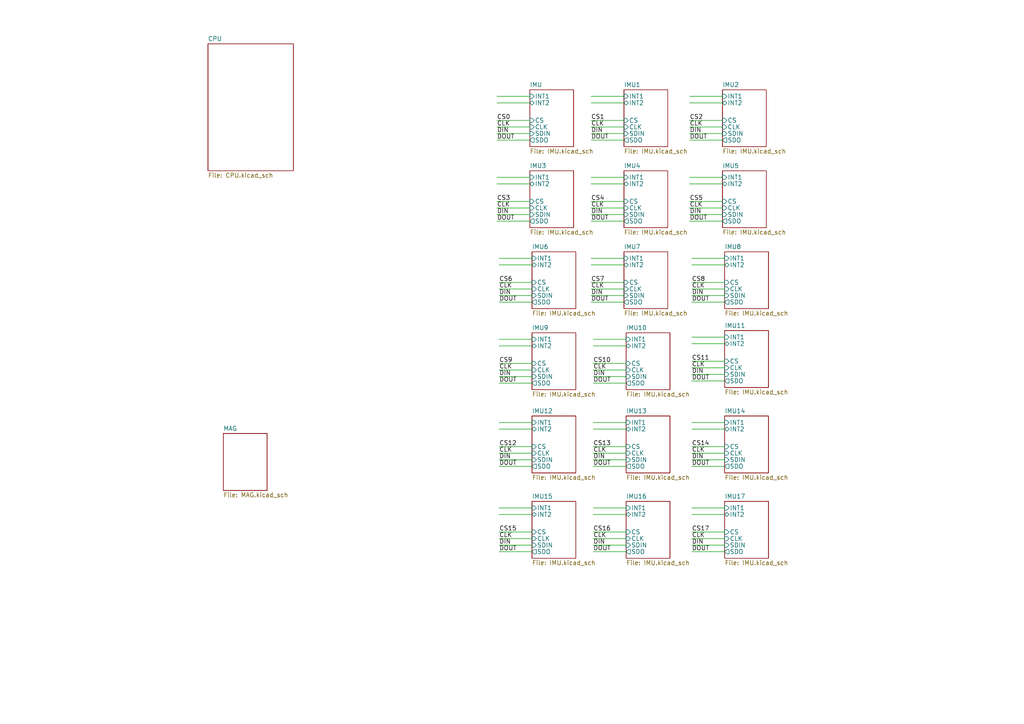
<source format=kicad_sch>
(kicad_sch (version 20230121) (generator eeschema)
  (paper "A4")
  (lib_symbols)
  (wire (pts (xy 144.145 27.94) (xy 153.67 27.94)))
  (wire (pts (xy 171.45 38.735) (xy 180.975 38.735)))
  (wire (pts (xy 171.45 40.64) (xy 180.975 40.64)))
  (wire (pts (xy 171.45 53.34) (xy 180.975 53.34)))
  (wire (pts (xy 200.66 156.21) (xy 210.185 156.21)))
  (wire (pts (xy 144.145 40.64) (xy 153.67 40.64)))
  (wire (pts (xy 200.66 135.255) (xy 210.185 135.255)))
  (wire (pts (xy 144.78 129.54) (xy 154.305 129.54)))
  (wire (pts (xy 172.085 154.305) (xy 181.61 154.305)))
  (wire (pts (xy 144.145 36.83) (xy 153.67 36.83)))
  (wire (pts (xy 200.66 83.82) (xy 210.185 83.82)))
  (wire (pts (xy 200.025 38.735) (xy 209.55 38.735)))
  (wire (pts (xy 200.66 106.68) (xy 210.185 106.68)))
  (wire (pts (xy 200.66 110.49) (xy 210.185 110.49)))
  (wire (pts (xy 200.66 133.35) (xy 210.185 133.35)))
  (wire (pts (xy 200.66 97.79) (xy 210.185 97.79)))
  (wire (pts (xy 144.78 81.915) (xy 154.305 81.915)))
  (wire (pts (xy 200.025 27.94) (xy 209.55 27.94)))
  (wire (pts (xy 144.78 156.21) (xy 154.305 156.21)))
  (wire (pts (xy 144.78 133.35) (xy 154.305 133.35)))
  (wire (pts (xy 144.78 76.835) (xy 154.305 76.835)))
  (wire (pts (xy 200.025 51.435) (xy 209.55 51.435)))
  (wire (pts (xy 171.45 85.725) (xy 180.975 85.725)))
  (wire (pts (xy 171.45 76.835) (xy 180.975 76.835)))
  (wire (pts (xy 144.78 85.725) (xy 154.305 85.725)))
  (wire (pts (xy 144.78 160.02) (xy 154.305 160.02)))
  (wire (pts (xy 200.025 58.42) (xy 209.55 58.42)))
  (wire (pts (xy 171.45 58.42) (xy 180.975 58.42)))
  (wire (pts (xy 200.025 62.23) (xy 209.55 62.23)))
  (wire (pts (xy 144.145 53.34) (xy 153.67 53.34)))
  (wire (pts (xy 144.78 154.305) (xy 154.305 154.305)))
  (wire (pts (xy 200.66 85.725) (xy 210.185 85.725)))
  (wire (pts (xy 144.145 34.925) (xy 153.67 34.925)))
  (wire (pts (xy 144.78 124.46) (xy 154.305 124.46)))
  (wire (pts (xy 172.085 109.22) (xy 181.61 109.22)))
  (wire (pts (xy 172.085 122.555) (xy 181.61 122.555)))
  (wire (pts (xy 144.78 109.22) (xy 154.305 109.22)))
  (wire (pts (xy 172.085 98.425) (xy 181.61 98.425)))
  (wire (pts (xy 171.45 83.82) (xy 180.975 83.82)))
  (wire (pts (xy 144.145 64.135) (xy 153.67 64.135)))
  (wire (pts (xy 171.45 27.94) (xy 180.975 27.94)))
  (wire (pts (xy 172.085 129.54) (xy 181.61 129.54)))
  (wire (pts (xy 172.085 124.46) (xy 181.61 124.46)))
  (wire (pts (xy 144.78 122.555) (xy 154.305 122.555)))
  (wire (pts (xy 172.085 133.35) (xy 181.61 133.35)))
  (wire (pts (xy 200.66 154.305) (xy 210.185 154.305)))
  (wire (pts (xy 172.085 160.02) (xy 181.61 160.02)))
  (wire (pts (xy 200.66 74.93) (xy 210.185 74.93)))
  (wire (pts (xy 172.085 156.21) (xy 181.61 156.21)))
  (wire (pts (xy 144.78 147.32) (xy 154.305 147.32)))
  (wire (pts (xy 144.78 105.41) (xy 154.305 105.41)))
  (wire (pts (xy 200.66 149.225) (xy 210.185 149.225)))
  (wire (pts (xy 200.66 129.54) (xy 210.185 129.54)))
  (wire (pts (xy 144.145 60.325) (xy 153.67 60.325)))
  (wire (pts (xy 171.45 60.325) (xy 180.975 60.325)))
  (wire (pts (xy 171.45 74.93) (xy 180.975 74.93)))
  (wire (pts (xy 200.025 40.64) (xy 209.55 40.64)))
  (wire (pts (xy 144.78 135.255) (xy 154.305 135.255)))
  (wire (pts (xy 172.085 135.255) (xy 181.61 135.255)))
  (wire (pts (xy 200.66 99.695) (xy 210.185 99.695)))
  (wire (pts (xy 144.78 111.125) (xy 154.305 111.125)))
  (wire (pts (xy 172.085 149.225) (xy 181.61 149.225)))
  (wire (pts (xy 171.45 81.915) (xy 180.975 81.915)))
  (wire (pts (xy 171.45 36.83) (xy 180.975 36.83)))
  (wire (pts (xy 200.025 64.135) (xy 209.55 64.135)))
  (wire (pts (xy 171.45 87.63) (xy 180.975 87.63)))
  (wire (pts (xy 144.78 107.315) (xy 154.305 107.315)))
  (wire (pts (xy 172.085 107.315) (xy 181.61 107.315)))
  (wire (pts (xy 144.145 58.42) (xy 153.67 58.42)))
  (wire (pts (xy 200.66 147.32) (xy 210.185 147.32)))
  (wire (pts (xy 172.085 111.125) (xy 181.61 111.125)))
  (wire (pts (xy 200.66 104.775) (xy 210.185 104.775)))
  (wire (pts (xy 171.45 64.135) (xy 180.975 64.135)))
  (wire (pts (xy 200.66 131.445) (xy 210.185 131.445)))
  (wire (pts (xy 144.145 51.435) (xy 153.67 51.435)))
  (wire (pts (xy 200.025 29.845) (xy 209.55 29.845)))
  (wire (pts (xy 144.78 87.63) (xy 154.305 87.63)))
  (wire (pts (xy 200.66 108.585) (xy 210.185 108.585)))
  (wire (pts (xy 200.025 34.925) (xy 209.55 34.925)))
  (wire (pts (xy 171.45 62.23) (xy 180.975 62.23)))
  (wire (pts (xy 144.145 62.23) (xy 153.67 62.23)))
  (wire (pts (xy 144.78 100.33) (xy 154.305 100.33)))
  (wire (pts (xy 144.78 98.425) (xy 154.305 98.425)))
  (wire (pts (xy 171.45 34.925) (xy 180.975 34.925)))
  (wire (pts (xy 200.025 53.34) (xy 209.55 53.34)))
  (wire (pts (xy 200.66 76.835) (xy 210.185 76.835)))
  (wire (pts (xy 172.085 131.445) (xy 181.61 131.445)))
  (wire (pts (xy 172.085 100.33) (xy 181.61 100.33)))
  (wire (pts (xy 144.78 74.93) (xy 154.305 74.93)))
  (wire (pts (xy 144.145 38.735) (xy 153.67 38.735)))
  (wire (pts (xy 200.025 60.325) (xy 209.55 60.325)))
  (wire (pts (xy 144.78 158.115) (xy 154.305 158.115)))
  (wire (pts (xy 200.66 158.115) (xy 210.185 158.115)))
  (wire (pts (xy 172.085 158.115) (xy 181.61 158.115)))
  (wire (pts (xy 200.66 81.915) (xy 210.185 81.915)))
  (wire (pts (xy 200.025 36.83) (xy 209.55 36.83)))
  (wire (pts (xy 171.45 51.435) (xy 180.975 51.435)))
  (wire (pts (xy 172.085 147.32) (xy 181.61 147.32)))
  (wire (pts (xy 144.78 149.225) (xy 154.305 149.225)))
  (wire (pts (xy 171.45 29.845) (xy 180.975 29.845)))
  (wire (pts (xy 200.66 122.555) (xy 210.185 122.555)))
  (wire (pts (xy 144.78 83.82) (xy 154.305 83.82)))
  (wire (pts (xy 200.66 87.63) (xy 210.185 87.63)))
  (wire (pts (xy 200.66 160.02) (xy 210.185 160.02)))
  (wire (pts (xy 200.66 124.46) (xy 210.185 124.46)))
  (wire (pts (xy 172.085 105.41) (xy 181.61 105.41)))
  (wire (pts (xy 144.78 131.445) (xy 154.305 131.445)))
  (wire (pts (xy 144.145 29.845) (xy 153.67 29.845)))
  (label "DIN" (at 200.66 85.725 0))
  (label "CS8" (at 200.66 81.915 0))
  (label "CLK" (at 200.66 156.21 0))
  (label "DOUT" (at 144.78 87.63 0))
  (label "DOUT" (at 144.78 111.125 0))
  (label "DIN" (at 172.085 158.115 0))
  (label "CLK" (at 200.66 131.445 0))
  (label "DOUT" (at 200.025 40.64 0))
  (label "DOUT" (at 172.085 111.125 0))
  (label "DOUT" (at 171.45 40.64 0))
  (label "CS12" (at 144.78 129.54 0))
  (label "DOUT" (at 200.025 64.135 0))
  (label "CLK" (at 200.66 83.82 0))
  (label "CLK" (at 172.085 107.315 0))
  (label "DIN" (at 172.085 109.22 0))
  (label "CS11" (at 200.66 104.775 0))
  (label "DOUT" (at 200.66 110.49 0))
  (label "DIN" (at 200.025 38.735 0))
  (label "DIN" (at 144.78 158.115 0))
  (label "DOUT" (at 144.78 160.02 0))
  (label "DOUT" (at 144.145 64.135 0))
  (label "CS15" (at 144.78 154.305 0))
  (label "DIN" (at 200.025 62.23 0))
  (label "CLK" (at 200.025 60.325 0))
  (label "CS10" (at 172.085 105.41 0))
  (label "DIN" (at 171.45 85.725 0))
  (label "DIN" (at 200.66 133.35 0))
  (label "CS0" (at 144.145 34.925 0))
  (label "CLK" (at 144.78 131.445 0))
  (label "DOUT" (at 200.66 160.02 0))
  (label "DIN" (at 171.45 62.23 0))
  (label "DOUT" (at 172.085 135.255 0))
  (label "DIN" (at 171.45 38.735 0))
  (label "CLK" (at 200.025 36.83 0))
  (label "CS5" (at 200.025 58.42 0))
  (label "CS16" (at 172.085 154.305 0))
  (label "DIN" (at 144.78 133.35 0))
  (label "DIN" (at 200.66 108.585 0))
  (label "CS9" (at 144.78 105.41 0))
  (label "CS13" (at 172.085 129.54 0))
  (label "DIN" (at 200.66 158.115 0))
  (label "CLK" (at 144.78 156.21 0))
  (label "CLK" (at 172.085 156.21 0))
  (label "DOUT" (at 144.78 135.255 0))
  (label "DIN" (at 144.145 38.735 0))
  (label "CLK" (at 144.145 36.83 0))
  (label "CLK" (at 144.78 107.315 0))
  (label "DOUT" (at 200.66 135.255 0))
  (label "CLK" (at 171.45 83.82 0))
  (label "DIN" (at 144.78 85.725 0))
  (label "CLK" (at 171.45 36.83 0))
  (label "DIN" (at 144.145 62.23 0))
  (label "CS2" (at 200.025 34.925 0))
  (label "DOUT" (at 144.145 40.64 0))
  (label "CLK" (at 144.78 83.82 0))
  (label "DOUT" (at 172.085 160.02 0))
  (label "DIN" (at 172.085 133.35 0))
  (label "CS17" (at 200.66 154.305 0))
  (label "DIN" (at 144.78 109.22 0))
  (label "DOUT" (at 171.45 64.135 0))
  (label "CS4" (at 171.45 58.42 0))
  (label "CS1" (at 171.45 34.925 0))
  (label "CLK" (at 171.45 60.325 0))
  (label "CLK" (at 200.66 106.68 0))
  (label "CS3" (at 144.145 58.42 0))
  (label "CLK" (at 172.085 131.445 0))
  (label "DOUT" (at 171.45 87.63 0))
  (label "DOUT" (at 200.66 87.63 0))
  (label "CLK" (at 144.145 60.325 0))
  (label "CS14" (at 200.66 129.54 0))
  (label "CS6" (at 144.78 81.915 0))
  (label "CS7" (at 171.45 81.915 0))
  (sheet (at 154.305 73.025) (size 12.7 16.51) (stroke (width 0.1524))
    (property "Sheetname" "IMU6" (at 154.305 72.3134 0) (effects (justify left bottom)))
    (property "Sheetfile" "IMU.kicad_sch" (at 154.305 90.1196 0) (effects (justify left top)))
    (pin "CS" input (at 154.305 81.915 180))
    (pin "CLK" input (at 154.305 83.82 180))
    (pin "SDO" output (at 154.305 87.63 180))
    (pin "INT1" input (at 154.305 74.93 180))
    (pin "INT2" bidirectional (at 154.305 76.835 180))
    (pin "SDIN" input (at 154.305 85.725 180))
  )
  (sheet (at 209.55 26.035) (size 12.7 16.51) (stroke (width 0.1524))
    (property "Sheetname" "IMU2" (at 209.55 25.3234 0) (effects (justify left bottom)))
    (property "Sheetfile" "IMU.kicad_sch" (at 209.55 43.1296 0) (effects (justify left top)))
    (pin "CS" input (at 209.55 34.925 180))
    (pin "CLK" input (at 209.55 36.83 180))
    (pin "SDO" output (at 209.55 40.64 180))
    (pin "INT1" input (at 209.55 27.94 180))
    (pin "INT2" bidirectional (at 209.55 29.845 180))
    (pin "SDIN" input (at 209.55 38.735 180))
  )
  (sheet (at 180.975 49.53) (size 12.7 16.51) (stroke (width 0.1524))
    (property "Sheetname" "IMU4" (at 180.975 48.8184 0) (effects (justify left bottom)))
    (property "Sheetfile" "IMU.kicad_sch" (at 180.975 66.6246 0) (effects (justify left top)))
    (pin "CS" input (at 180.975 58.42 180))
    (pin "CLK" input (at 180.975 60.325 180))
    (pin "SDO" output (at 180.975 64.135 180))
    (pin "INT1" input (at 180.975 51.435 180))
    (pin "INT2" bidirectional (at 180.975 53.34 180))
    (pin "SDIN" input (at 180.975 62.23 180))
  )
  (sheet (at 210.185 120.65) (size 12.7 16.51) (stroke (width 0.1524))
    (property "Sheetname" "IMU14" (at 210.185 119.9384 0) (effects (justify left bottom)))
    (property "Sheetfile" "IMU.kicad_sch" (at 210.185 137.7446 0) (effects (justify left top)))
    (pin "CS" input (at 210.185 129.54 180))
    (pin "CLK" input (at 210.185 131.445 180))
    (pin "SDO" output (at 210.185 135.255 180))
    (pin "INT1" input (at 210.185 122.555 180))
    (pin "INT2" bidirectional (at 210.185 124.46 180))
    (pin "SDIN" input (at 210.185 133.35 180))
  )
  (sheet (at 180.975 73.025) (size 12.7 16.51) (stroke (width 0.1524))
    (property "Sheetname" "IMU7" (at 180.975 72.3134 0) (effects (justify left bottom)))
    (property "Sheetfile" "IMU.kicad_sch" (at 180.975 90.1196 0) (effects (justify left top)))
    (pin "CS" input (at 180.975 81.915 180))
    (pin "CLK" input (at 180.975 83.82 180))
    (pin "SDO" output (at 180.975 87.63 180))
    (pin "INT1" input (at 180.975 74.93 180))
    (pin "INT2" bidirectional (at 180.975 76.835 180))
    (pin "SDIN" input (at 180.975 85.725 180))
  )
  (sheet (at 154.305 145.415) (size 12.7 16.51) (stroke (width 0.1524))
    (property "Sheetname" "IMU15" (at 154.305 144.7034 0) (effects (justify left bottom)))
    (property "Sheetfile" "IMU.kicad_sch" (at 154.305 162.5096 0) (effects (justify left top)))
    (pin "CS" input (at 154.305 154.305 180))
    (pin "CLK" input (at 154.305 156.21 180))
    (pin "SDO" output (at 154.305 160.02 180))
    (pin "INT1" input (at 154.305 147.32 180))
    (pin "INT2" bidirectional (at 154.305 149.225 180))
    (pin "SDIN" input (at 154.305 158.115 180))
  )
  (sheet (at 64.77 125.73) (size 12.7 16.51) (stroke (width 0.1524))
    (property "Sheetname" "MAG" (at 64.77 125.0184 0) (effects (justify left bottom)))
    (property "Sheetfile" "MAG.kicad_sch" (at 64.77 142.8246 0) (effects (justify left top)))
  )
  (sheet (at 210.185 73.025) (size 12.7 16.51) (stroke (width 0.1524))
    (property "Sheetname" "IMU8" (at 210.185 72.3134 0) (effects (justify left bottom)))
    (property "Sheetfile" "IMU.kicad_sch" (at 210.185 90.1196 0) (effects (justify left top)))
    (pin "CS" input (at 210.185 81.915 180))
    (pin "CLK" input (at 210.185 83.82 180))
    (pin "SDO" output (at 210.185 87.63 180))
    (pin "INT1" input (at 210.185 74.93 180))
    (pin "INT2" bidirectional (at 210.185 76.835 180))
    (pin "SDIN" input (at 210.185 85.725 180))
  )
  (sheet (at 154.305 120.65) (size 12.7 16.51) (stroke (width 0.1524))
    (property "Sheetname" "IMU12" (at 154.305 119.9384 0) (effects (justify left bottom)))
    (property "Sheetfile" "IMU.kicad_sch" (at 154.305 137.7446 0) (effects (justify left top)))
    (pin "CS" input (at 154.305 129.54 180))
    (pin "CLK" input (at 154.305 131.445 180))
    (pin "SDO" output (at 154.305 135.255 180))
    (pin "INT1" input (at 154.305 122.555 180))
    (pin "INT2" bidirectional (at 154.305 124.46 180))
    (pin "SDIN" input (at 154.305 133.35 180))
  )
  (sheet (at 181.61 145.415) (size 12.7 16.51) (stroke (width 0.1524))
    (property "Sheetname" "IMU16" (at 181.61 144.7034 0) (effects (justify left bottom)))
    (property "Sheetfile" "IMU.kicad_sch" (at 181.61 162.5096 0) (effects (justify left top)))
    (pin "CS" input (at 181.61 154.305 180))
    (pin "CLK" input (at 181.61 156.21 180))
    (pin "SDO" output (at 181.61 160.02 180))
    (pin "INT1" input (at 181.61 147.32 180))
    (pin "INT2" bidirectional (at 181.61 149.225 180))
    (pin "SDIN" input (at 181.61 158.115 180))
  )
  (sheet (at 181.61 96.52) (size 12.7 16.51) (stroke (width 0.1524))
    (property "Sheetname" "IMU10" (at 181.61 95.8084 0) (effects (justify left bottom)))
    (property "Sheetfile" "IMU.kicad_sch" (at 181.61 113.6146 0) (effects (justify left top)))
    (pin "CS" input (at 181.61 105.41 180))
    (pin "CLK" input (at 181.61 107.315 180))
    (pin "SDO" output (at 181.61 111.125 180))
    (pin "INT1" input (at 181.61 98.425 180))
    (pin "INT2" bidirectional (at 181.61 100.33 180))
    (pin "SDIN" input (at 181.61 109.22 180))
  )
  (sheet (at 210.185 95.885) (size 12.7 16.51) (stroke (width 0.1524))
    (property "Sheetname" "IMU11" (at 210.185 95.1734 0) (effects (justify left bottom)))
    (property "Sheetfile" "IMU.kicad_sch" (at 210.185 112.9796 0) (effects (justify left top)))
    (pin "CS" input (at 210.185 104.775 180))
    (pin "CLK" input (at 210.185 106.68 180))
    (pin "SDO" output (at 210.185 110.49 180))
    (pin "INT1" input (at 210.185 97.79 180))
    (pin "INT2" bidirectional (at 210.185 99.695 180))
    (pin "SDIN" input (at 210.185 108.585 180))
  )
  (sheet (at 181.61 120.65) (size 12.7 16.51) (stroke (width 0.1524))
    (property "Sheetname" "IMU13" (at 181.61 119.9384 0) (effects (justify left bottom)))
    (property "Sheetfile" "IMU.kicad_sch" (at 181.61 137.7446 0) (effects (justify left top)))
    (pin "CS" input (at 181.61 129.54 180))
    (pin "CLK" input (at 181.61 131.445 180))
    (pin "SDO" output (at 181.61 135.255 180))
    (pin "INT1" input (at 181.61 122.555 180))
    (pin "INT2" bidirectional (at 181.61 124.46 180))
    (pin "SDIN" input (at 181.61 133.35 180))
  )
  (sheet (at 154.305 96.52) (size 12.7 16.51) (stroke (width 0.1524))
    (property "Sheetname" "IMU9" (at 154.305 95.8084 0) (effects (justify left bottom)))
    (property "Sheetfile" "IMU.kicad_sch" (at 154.305 113.6146 0) (effects (justify left top)))
    (pin "CS" input (at 154.305 105.41 180))
    (pin "CLK" input (at 154.305 107.315 180))
    (pin "SDO" output (at 154.305 111.125 180))
    (pin "INT1" input (at 154.305 98.425 180))
    (pin "INT2" bidirectional (at 154.305 100.33 180))
    (pin "SDIN" input (at 154.305 109.22 180))
  )
  (sheet (at 60.325 12.7) (size 24.765 36.83) (stroke (width 0.1524))
    (property "Sheetname" "CPU" (at 60.325 11.9884 0) (effects (justify left bottom)))
    (property "Sheetfile" "CPU.kicad_sch" (at 60.325 50.1146 0) (effects (justify left top)))
  )
  (sheet (at 153.67 26.035) (size 12.7 16.51) (stroke (width 0.1524))
    (property "Sheetname" "IMU" (at 153.67 25.3234 0) (effects (justify left bottom)))
    (property "Sheetfile" "IMU.kicad_sch" (at 153.67 43.1296 0) (effects (justify left top)))
    (pin "CS" input (at 153.67 34.925 180))
    (pin "CLK" input (at 153.67 36.83 180))
    (pin "SDO" output (at 153.67 40.64 180))
    (pin "INT1" input (at 153.67 27.94 180))
    (pin "INT2" bidirectional (at 153.67 29.845 180))
    (pin "SDIN" input (at 153.67 38.735 180))
  )
  (sheet (at 210.185 145.415) (size 12.7 16.51) (stroke (width 0.1524))
    (property "Sheetname" "IMU17" (at 210.185 144.7034 0) (effects (justify left bottom)))
    (property "Sheetfile" "IMU.kicad_sch" (at 210.185 162.5096 0) (effects (justify left top)))
    (pin "CS" input (at 210.185 154.305 180))
    (pin "CLK" input (at 210.185 156.21 180))
    (pin "SDO" output (at 210.185 160.02 180))
    (pin "INT1" input (at 210.185 147.32 180))
    (pin "INT2" bidirectional (at 210.185 149.225 180))
    (pin "SDIN" input (at 210.185 158.115 180))
  )
  (sheet (at 209.55 49.53) (size 12.7 16.51) (stroke (width 0.1524))
    (property "Sheetname" "IMU5" (at 209.55 48.8184 0) (effects (justify left bottom)))
    (property "Sheetfile" "IMU.kicad_sch" (at 209.55 66.6246 0) (effects (justify left top)))
    (pin "CS" input (at 209.55 58.42 180))
    (pin "CLK" input (at 209.55 60.325 180))
    (pin "SDO" output (at 209.55 64.135 180))
    (pin "INT1" input (at 209.55 51.435 180))
    (pin "INT2" bidirectional (at 209.55 53.34 180))
    (pin "SDIN" input (at 209.55 62.23 180))
  )
  (sheet (at 180.975 26.035) (size 12.7 16.51) (stroke (width 0.1524))
    (property "Sheetname" "IMU1" (at 180.975 25.3234 0) (effects (justify left bottom)))
    (property "Sheetfile" "IMU.kicad_sch" (at 180.975 43.1296 0) (effects (justify left top)))
    (pin "CS" input (at 180.975 34.925 180))
    (pin "CLK" input (at 180.975 36.83 180))
    (pin "SDO" output (at 180.975 40.64 180))
    (pin "INT1" input (at 180.975 27.94 180))
    (pin "INT2" bidirectional (at 180.975 29.845 180))
    (pin "SDIN" input (at 180.975 38.735 180))
  )
  (sheet (at 153.67 49.53) (size 12.7 16.51) (stroke (width 0.1524))
    (property "Sheetname" "IMU3" (at 153.67 48.8184 0) (effects (justify left bottom)))
    (property "Sheetfile" "IMU.kicad_sch" (at 153.67 66.6246 0) (effects (justify left top)))
    (pin "CS" input (at 153.67 58.42 180))
    (pin "CLK" input (at 153.67 60.325 180))
    (pin "SDO" output (at 153.67 64.135 180))
    (pin "INT1" input (at 153.67 51.435 180))
    (pin "INT2" bidirectional (at 153.67 53.34 180))
    (pin "SDIN" input (at 153.67 62.23 180))
  )
)
</source>
